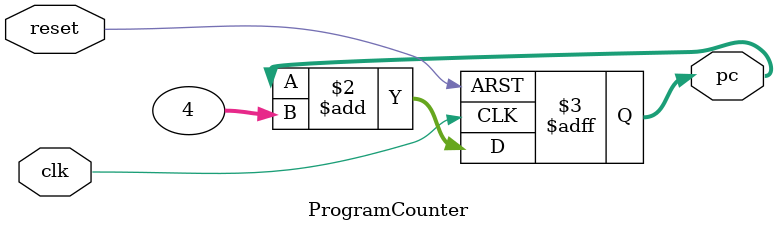
<source format=sv>
module ProgramCounter (
    input  logic        clk,
    input  logic        reset,
    output logic [31:0] pc
);

    always_ff @(posedge clk or posedge reset) begin
        if (reset) begin
            pc <= 32'b0;            // start address
        end else begin
            pc <= pc + 32'd4;       // next instruction
        end
    end

endmodule

</source>
